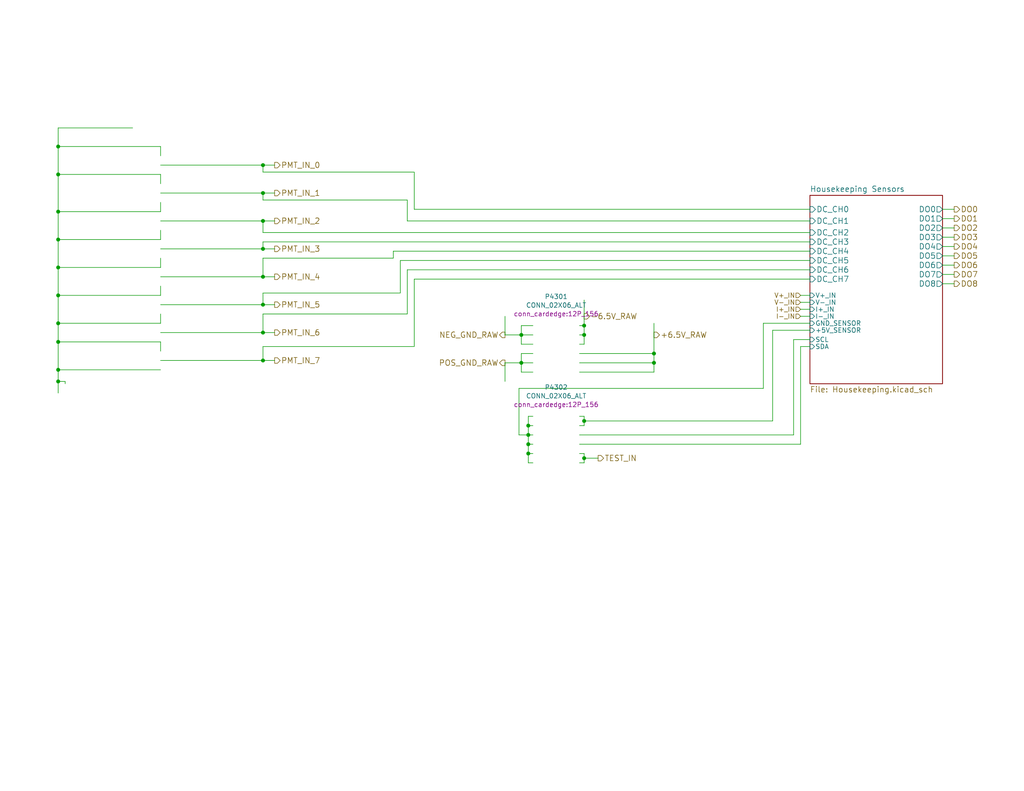
<source format=kicad_sch>
(kicad_sch
	(version 20250114)
	(generator "eeschema")
	(generator_version "9.0")
	(uuid "4710d20d-43d4-4832-9e6a-469b42652ae9")
	(paper "USLetter")
	(title_block
		(title "LZ 8 Channel Amplifier")
		(date "2017-09-10")
		(rev "5")
		(company "UC Davis / Seth Hillbrand")
	)
	(lib_symbols)
	(junction
		(at 15.875 93.345)
		(diameter 0)
		(color 0 0 0 0)
		(uuid "112fffdc-c15c-456f-b046-b35e49274f3f")
	)
	(junction
		(at 15.875 40.005)
		(diameter 0)
		(color 0 0 0 0)
		(uuid "14e2c759-c6d0-4022-8019-365148312147")
	)
	(junction
		(at 15.875 47.625)
		(diameter 0)
		(color 0 0 0 0)
		(uuid "1511fec4-255a-47ef-aa8d-4fcdece9b95d")
	)
	(junction
		(at 144.145 118.745)
		(diameter 0)
		(color 0 0 0 0)
		(uuid "1d27b7e2-059f-4818-ae72-5b7013f0fd4d")
	)
	(junction
		(at 71.755 60.325)
		(diameter 0)
		(color 0 0 0 0)
		(uuid "34d9c8cb-c594-4874-8ea5-3b109c4a1ceb")
	)
	(junction
		(at 159.385 125.095)
		(diameter 0)
		(color 0 0 0 0)
		(uuid "37a67053-4d2b-48c2-a38c-3a81ea79a6a4")
	)
	(junction
		(at 71.755 67.945)
		(diameter 0)
		(color 0 0 0 0)
		(uuid "3b87ccc5-9926-42ec-aaa0-0d6e42defcb1")
	)
	(junction
		(at 15.875 65.405)
		(diameter 0)
		(color 0 0 0 0)
		(uuid "53815c9c-68a3-4944-82a8-caea66d73ec4")
	)
	(junction
		(at 178.435 96.52)
		(diameter 0)
		(color 0 0 0 0)
		(uuid "606ed559-2104-4b22-b892-f9c1d9f04e68")
	)
	(junction
		(at 15.875 73.025)
		(diameter 0)
		(color 0 0 0 0)
		(uuid "72b04730-8a48-4dce-9cac-ee9a3ba8d38c")
	)
	(junction
		(at 178.435 99.06)
		(diameter 0)
		(color 0 0 0 0)
		(uuid "965171d6-be17-4f71-aca9-cf182f72776d")
	)
	(junction
		(at 71.755 45.085)
		(diameter 0)
		(color 0 0 0 0)
		(uuid "a33bf195-da66-4d04-b831-ddaf38d0beb5")
	)
	(junction
		(at 142.24 99.06)
		(diameter 0)
		(color 0 0 0 0)
		(uuid "a33eea2b-1fe9-4971-8494-9f947fb664bf")
	)
	(junction
		(at 15.875 80.645)
		(diameter 0)
		(color 0 0 0 0)
		(uuid "a4e5d316-2729-4890-ba74-ad59266023c0")
	)
	(junction
		(at 159.385 88.9)
		(diameter 0)
		(color 0 0 0 0)
		(uuid "a8d886a0-dc60-4628-8522-6d271edcb1bd")
	)
	(junction
		(at 144.145 121.285)
		(diameter 0)
		(color 0 0 0 0)
		(uuid "b7ac8344-2bc2-460a-9ab2-d400c02c97f1")
	)
	(junction
		(at 71.755 75.565)
		(diameter 0)
		(color 0 0 0 0)
		(uuid "ba1878ca-5c1b-4a10-9219-bd902c417381")
	)
	(junction
		(at 15.875 100.965)
		(diameter 0)
		(color 0 0 0 0)
		(uuid "bb18cb31-c388-45d9-b5eb-0e19958172e6")
	)
	(junction
		(at 71.755 52.705)
		(diameter 0)
		(color 0 0 0 0)
		(uuid "bfa738d8-5441-400a-b5d9-3fdc5176ad54")
	)
	(junction
		(at 159.385 114.935)
		(diameter 0)
		(color 0 0 0 0)
		(uuid "c34e4cb5-f139-45fc-ad12-ffaf9289f4a2")
	)
	(junction
		(at 71.755 83.185)
		(diameter 0)
		(color 0 0 0 0)
		(uuid "c636dec2-ca6e-4998-a104-65eb049c930a")
	)
	(junction
		(at 15.875 104.14)
		(diameter 0)
		(color 0 0 0 0)
		(uuid "c86e4f2c-648d-4a1b-8055-156ee2ddc0cf")
	)
	(junction
		(at 15.875 57.785)
		(diameter 0)
		(color 0 0 0 0)
		(uuid "cdfe52b7-2d61-4013-865b-52a4982c786e")
	)
	(junction
		(at 142.24 91.44)
		(diameter 0)
		(color 0 0 0 0)
		(uuid "d1f430a9-e014-4b70-9dd8-f1f02c631d77")
	)
	(junction
		(at 144.145 116.205)
		(diameter 0)
		(color 0 0 0 0)
		(uuid "ea1349f6-d0ea-49e5-b95f-3849507c1982")
	)
	(junction
		(at 71.755 98.425)
		(diameter 0)
		(color 0 0 0 0)
		(uuid "ebf8ae46-19a7-4fd1-b9f4-863338927600")
	)
	(junction
		(at 159.385 91.44)
		(diameter 0)
		(color 0 0 0 0)
		(uuid "eef24f5c-f418-4ef7-b5a4-93693c33c823")
	)
	(junction
		(at 15.875 88.265)
		(diameter 0)
		(color 0 0 0 0)
		(uuid "f12617c5-4e7c-44dd-a825-e5ddc3e16598")
	)
	(junction
		(at 71.755 90.805)
		(diameter 0)
		(color 0 0 0 0)
		(uuid "f6f27cdf-5fed-4de5-8201-f973b78f0422")
	)
	(junction
		(at 144.145 123.825)
		(diameter 0)
		(color 0 0 0 0)
		(uuid "fb9b0f58-daf9-43a1-ab1c-c5308c1b7ac5")
	)
	(wire
		(pts
			(xy 15.875 104.14) (xy 15.875 107.315)
		)
		(stroke
			(width 0)
			(type default)
		)
		(uuid "013449d7-b8e2-4266-93b6-79fe3674c475")
	)
	(wire
		(pts
			(xy 43.815 83.185) (xy 71.755 83.185)
		)
		(stroke
			(width 0)
			(type default)
		)
		(uuid "01ff7357-0dce-4206-aa8f-a9dd6500cd5c")
	)
	(wire
		(pts
			(xy 145.415 123.825) (xy 144.145 123.825)
		)
		(stroke
			(width 0)
			(type default)
		)
		(uuid "03d898da-818e-4c63-b1f0-7734f3d0a40d")
	)
	(wire
		(pts
			(xy 142.24 88.9) (xy 142.24 91.44)
		)
		(stroke
			(width 0)
			(type default)
		)
		(uuid "045ba272-f3ba-4cf6-8af6-5944ab1e48d9")
	)
	(wire
		(pts
			(xy 218.44 86.36) (xy 220.98 86.36)
		)
		(stroke
			(width 0)
			(type default)
		)
		(uuid "0e014791-914f-475c-a669-5f6594981b8c")
	)
	(wire
		(pts
			(xy 71.755 63.5) (xy 220.98 63.5)
		)
		(stroke
			(width 0)
			(type default)
		)
		(uuid "0e993975-fae5-463a-a8f8-5c50fad5f84e")
	)
	(wire
		(pts
			(xy 71.755 98.425) (xy 74.93 98.425)
		)
		(stroke
			(width 0)
			(type default)
		)
		(uuid "0ec64807-5a8b-4eeb-9a7e-6ab38e41c1fc")
	)
	(wire
		(pts
			(xy 218.44 94.615) (xy 220.98 94.615)
		)
		(stroke
			(width 0)
			(type default)
		)
		(uuid "0f601a5f-8935-4713-a6bd-9e312c8b7682")
	)
	(wire
		(pts
			(xy 145.415 121.285) (xy 144.145 121.285)
		)
		(stroke
			(width 0)
			(type default)
		)
		(uuid "11bc15e0-e223-4a87-9187-58f431b0ac68")
	)
	(wire
		(pts
			(xy 43.815 85.725) (xy 43.815 88.265)
		)
		(stroke
			(width 0)
			(type default)
		)
		(uuid "126c39c6-61ef-48d2-9679-176a0ef11878")
	)
	(wire
		(pts
			(xy 137.795 91.44) (xy 142.24 91.44)
		)
		(stroke
			(width 0)
			(type default)
		)
		(uuid "12befe74-5866-46f0-957c-32f8b4d999bf")
	)
	(wire
		(pts
			(xy 15.875 57.785) (xy 15.875 65.405)
		)
		(stroke
			(width 0)
			(type default)
		)
		(uuid "12f6fbe0-a84c-437a-a33f-8133dacd2f31")
	)
	(wire
		(pts
			(xy 218.44 94.615) (xy 218.44 121.285)
		)
		(stroke
			(width 0)
			(type default)
		)
		(uuid "14a9ae65-2234-4182-9c2c-3b197c888ffb")
	)
	(wire
		(pts
			(xy 111.125 73.66) (xy 220.98 73.66)
		)
		(stroke
			(width 0)
			(type default)
		)
		(uuid "170dd3c3-a381-4115-8237-21f081f41f87")
	)
	(wire
		(pts
			(xy 257.175 59.69) (xy 260.35 59.69)
		)
		(stroke
			(width 0)
			(type default)
		)
		(uuid "17b614e2-7444-41b2-a599-d642ea19e615")
	)
	(wire
		(pts
			(xy 216.535 92.71) (xy 220.98 92.71)
		)
		(stroke
			(width 0)
			(type default)
		)
		(uuid "18280614-c39b-400d-9384-8cab24d24c14")
	)
	(wire
		(pts
			(xy 43.815 90.805) (xy 71.755 90.805)
		)
		(stroke
			(width 0)
			(type default)
		)
		(uuid "1ab63563-d4a8-4168-9996-69e216cb13f4")
	)
	(wire
		(pts
			(xy 107.315 68.58) (xy 220.98 68.58)
		)
		(stroke
			(width 0)
			(type default)
		)
		(uuid "1afbd649-8a91-45ed-a2ff-aebf748e5cd5")
	)
	(wire
		(pts
			(xy 144.145 126.365) (xy 145.415 126.365)
		)
		(stroke
			(width 0)
			(type default)
		)
		(uuid "1b388fa5-2562-48fc-ba45-d5f1b9223fa0")
	)
	(wire
		(pts
			(xy 142.24 91.44) (xy 145.415 91.44)
		)
		(stroke
			(width 0)
			(type default)
		)
		(uuid "23c3e508-0fc0-4af2-9218-e6378e077982")
	)
	(wire
		(pts
			(xy 158.115 96.52) (xy 178.435 96.52)
		)
		(stroke
			(width 0)
			(type default)
		)
		(uuid "23f44920-0235-4ba9-8017-9f2592d200d7")
	)
	(wire
		(pts
			(xy 260.35 72.39) (xy 257.175 72.39)
		)
		(stroke
			(width 0)
			(type default)
		)
		(uuid "288969f9-160e-4ca3-99c2-74d9ef729c85")
	)
	(wire
		(pts
			(xy 159.385 126.365) (xy 158.115 126.365)
		)
		(stroke
			(width 0)
			(type default)
		)
		(uuid "2a1b395a-38c3-45cf-999a-46e9b17f9a55")
	)
	(wire
		(pts
			(xy 137.795 86.36) (xy 137.795 91.44)
		)
		(stroke
			(width 0)
			(type default)
		)
		(uuid "2b790034-d592-4c86-b959-ee50f70fe173")
	)
	(wire
		(pts
			(xy 159.385 114.935) (xy 210.82 114.935)
		)
		(stroke
			(width 0)
			(type default)
		)
		(uuid "2bef7255-1881-430c-9218-b3ffed3ba09a")
	)
	(wire
		(pts
			(xy 218.44 82.55) (xy 220.98 82.55)
		)
		(stroke
			(width 0)
			(type default)
		)
		(uuid "2fc064cb-a36d-4555-8f61-9d8a94a9cf00")
	)
	(wire
		(pts
			(xy 142.24 91.44) (xy 142.24 93.98)
		)
		(stroke
			(width 0)
			(type default)
		)
		(uuid "31778d7b-c767-4094-8eda-674b8066df94")
	)
	(wire
		(pts
			(xy 218.44 80.645) (xy 220.98 80.645)
		)
		(stroke
			(width 0)
			(type default)
		)
		(uuid "31cdec29-1b84-400e-8319-bdbcbafba709")
	)
	(wire
		(pts
			(xy 260.35 57.15) (xy 257.175 57.15)
		)
		(stroke
			(width 0)
			(type default)
		)
		(uuid "31d9ba10-b2bd-4ca5-8710-2a748b2e5493")
	)
	(wire
		(pts
			(xy 71.755 94.615) (xy 113.03 94.615)
		)
		(stroke
			(width 0)
			(type default)
		)
		(uuid "35261290-820d-4773-8585-de4c05d6d706")
	)
	(wire
		(pts
			(xy 43.815 62.865) (xy 43.815 65.405)
		)
		(stroke
			(width 0)
			(type default)
		)
		(uuid "362efb17-e40d-4909-96c7-c23a46efeb66")
	)
	(wire
		(pts
			(xy 210.82 90.17) (xy 220.98 90.17)
		)
		(stroke
			(width 0)
			(type default)
		)
		(uuid "3632fd47-fdf2-4790-ae8c-0b979d3d885b")
	)
	(wire
		(pts
			(xy 43.815 42.545) (xy 43.815 40.005)
		)
		(stroke
			(width 0)
			(type default)
		)
		(uuid "369a94fe-fd10-4d72-bfd3-b64ac29ab795")
	)
	(wire
		(pts
			(xy 71.755 67.945) (xy 74.93 67.945)
		)
		(stroke
			(width 0)
			(type default)
		)
		(uuid "3720fc05-c94b-4dfd-8cc7-4b85d654a86b")
	)
	(wire
		(pts
			(xy 257.175 77.47) (xy 260.35 77.47)
		)
		(stroke
			(width 0)
			(type default)
		)
		(uuid "3997f7d0-6eef-4170-af55-16919ce3567c")
	)
	(wire
		(pts
			(xy 43.815 47.625) (xy 15.875 47.625)
		)
		(stroke
			(width 0)
			(type default)
		)
		(uuid "39e0e86c-acab-4c37-bf9c-54b868fd3026")
	)
	(wire
		(pts
			(xy 159.385 125.095) (xy 159.385 126.365)
		)
		(stroke
			(width 0)
			(type default)
		)
		(uuid "3ab6ee5d-6ae0-4a60-8697-18abe745b985")
	)
	(wire
		(pts
			(xy 208.28 88.265) (xy 208.28 106.045)
		)
		(stroke
			(width 0)
			(type default)
		)
		(uuid "3bbcb926-52fa-4ae0-9790-d9081e58d907")
	)
	(wire
		(pts
			(xy 71.755 54.61) (xy 111.125 54.61)
		)
		(stroke
			(width 0)
			(type default)
		)
		(uuid "3e62876b-3649-4b5e-b383-16af7600a73d")
	)
	(wire
		(pts
			(xy 144.145 116.205) (xy 145.415 116.205)
		)
		(stroke
			(width 0)
			(type default)
		)
		(uuid "3fdb0ecc-6a6b-4394-8fd5-3b1f90875e82")
	)
	(wire
		(pts
			(xy 43.815 73.025) (xy 15.875 73.025)
		)
		(stroke
			(width 0)
			(type default)
		)
		(uuid "429077aa-99dc-4f61-a4a7-6c4dc822af7a")
	)
	(wire
		(pts
			(xy 43.815 67.945) (xy 71.755 67.945)
		)
		(stroke
			(width 0)
			(type default)
		)
		(uuid "43f01227-5135-4eb1-b78f-5b781b0aca0a")
	)
	(wire
		(pts
			(xy 159.385 91.44) (xy 158.115 91.44)
		)
		(stroke
			(width 0)
			(type default)
		)
		(uuid "45e3aa5d-34ec-415c-a5bb-2c63124865be")
	)
	(wire
		(pts
			(xy 257.175 69.85) (xy 260.35 69.85)
		)
		(stroke
			(width 0)
			(type default)
		)
		(uuid "46318c26-5cf7-4884-97dc-68bd8eac5823")
	)
	(wire
		(pts
			(xy 178.435 96.52) (xy 178.435 99.06)
		)
		(stroke
			(width 0)
			(type default)
		)
		(uuid "47161671-fa78-40ae-83fc-6925cbe31222")
	)
	(wire
		(pts
			(xy 218.44 84.455) (xy 220.98 84.455)
		)
		(stroke
			(width 0)
			(type default)
		)
		(uuid "47b8acdb-127d-4c0c-9b0f-3ea445adfb1e")
	)
	(wire
		(pts
			(xy 43.815 45.085) (xy 71.755 45.085)
		)
		(stroke
			(width 0)
			(type default)
		)
		(uuid "4b16adef-c769-4723-80fe-145db94f719a")
	)
	(wire
		(pts
			(xy 43.815 57.785) (xy 43.815 55.245)
		)
		(stroke
			(width 0)
			(type default)
		)
		(uuid "4c4a9dcb-c584-484b-a65a-8f3be861518b")
	)
	(wire
		(pts
			(xy 36.195 34.925) (xy 15.875 34.925)
		)
		(stroke
			(width 0)
			(type default)
		)
		(uuid "51ef9986-dbb1-480f-be04-bcb93b0a3c56")
	)
	(wire
		(pts
			(xy 178.435 101.6) (xy 158.115 101.6)
		)
		(stroke
			(width 0)
			(type default)
		)
		(uuid "549711c6-e5e3-4826-83ac-31a05545ab73")
	)
	(wire
		(pts
			(xy 71.755 52.705) (xy 74.93 52.705)
		)
		(stroke
			(width 0)
			(type default)
		)
		(uuid "558fe025-e559-4b52-988f-116466d650e4")
	)
	(wire
		(pts
			(xy 43.815 78.105) (xy 43.815 80.645)
		)
		(stroke
			(width 0)
			(type default)
		)
		(uuid "5bb83c91-f491-4fc1-a5c6-efbb25fe28e3")
	)
	(wire
		(pts
			(xy 71.755 90.805) (xy 71.755 85.725)
		)
		(stroke
			(width 0)
			(type default)
		)
		(uuid "5c5d901f-3ef7-4bc3-8d32-bc3d0d3cfc03")
	)
	(wire
		(pts
			(xy 144.145 118.745) (xy 144.145 121.285)
		)
		(stroke
			(width 0)
			(type default)
		)
		(uuid "5cc7f892-4219-4185-8a62-970420e64720")
	)
	(wire
		(pts
			(xy 137.795 99.06) (xy 142.24 99.06)
		)
		(stroke
			(width 0)
			(type default)
		)
		(uuid "5cd7b7f0-4bec-4901-a859-a599301fcf17")
	)
	(wire
		(pts
			(xy 71.755 75.565) (xy 43.815 75.565)
		)
		(stroke
			(width 0)
			(type default)
		)
		(uuid "5d4c2a77-3749-490d-9759-b587cb70386c")
	)
	(wire
		(pts
			(xy 142.24 101.6) (xy 145.415 101.6)
		)
		(stroke
			(width 0)
			(type default)
		)
		(uuid "5ee21587-2515-4a2b-8f36-305bf370b425")
	)
	(wire
		(pts
			(xy 15.875 93.345) (xy 15.875 100.965)
		)
		(stroke
			(width 0)
			(type default)
		)
		(uuid "634c2973-5bf7-4b77-9216-8161aca8b369")
	)
	(wire
		(pts
			(xy 43.815 57.785) (xy 15.875 57.785)
		)
		(stroke
			(width 0)
			(type default)
		)
		(uuid "639f33d4-c3af-425d-874a-3f0473dfd50e")
	)
	(wire
		(pts
			(xy 71.755 98.425) (xy 71.755 94.615)
		)
		(stroke
			(width 0)
			(type default)
		)
		(uuid "63f935c5-f116-4be7-9159-f3c89ca62912")
	)
	(wire
		(pts
			(xy 257.175 64.77) (xy 260.35 64.77)
		)
		(stroke
			(width 0)
			(type default)
		)
		(uuid "65fb2c87-5050-46b0-b216-7605cbb8d144")
	)
	(wire
		(pts
			(xy 111.125 85.725) (xy 111.125 73.66)
		)
		(stroke
			(width 0)
			(type default)
		)
		(uuid "67cfaebf-4272-4e5e-afcf-1238a331ce45")
	)
	(wire
		(pts
			(xy 260.35 67.31) (xy 257.175 67.31)
		)
		(stroke
			(width 0)
			(type default)
		)
		(uuid "6b711d39-9cdc-429a-a03b-a736fef333fa")
	)
	(wire
		(pts
			(xy 159.385 125.095) (xy 163.195 125.095)
		)
		(stroke
			(width 0)
			(type default)
		)
		(uuid "6bb06dc7-e6aa-4344-b0c0-0ee4fc022bd8")
	)
	(wire
		(pts
			(xy 158.115 123.825) (xy 159.385 123.825)
		)
		(stroke
			(width 0)
			(type default)
		)
		(uuid "6c2197cf-2ada-4410-ae76-b9acc9db68e6")
	)
	(wire
		(pts
			(xy 142.24 93.98) (xy 145.415 93.98)
		)
		(stroke
			(width 0)
			(type default)
		)
		(uuid "6e25290d-3d6f-4881-be91-0d85d313e3f0")
	)
	(wire
		(pts
			(xy 159.385 114.935) (xy 159.385 116.205)
		)
		(stroke
			(width 0)
			(type default)
		)
		(uuid "70dbfc6c-24cb-46ce-98f4-cbff50be4442")
	)
	(wire
		(pts
			(xy 109.22 80.01) (xy 109.22 71.12)
		)
		(stroke
			(width 0)
			(type default)
		)
		(uuid "720d364f-1a2c-4a3a-9d22-39b7d807c872")
	)
	(wire
		(pts
			(xy 71.755 85.725) (xy 111.125 85.725)
		)
		(stroke
			(width 0)
			(type default)
		)
		(uuid "739495d3-c08c-4085-89ea-65a6f44b8db1")
	)
	(wire
		(pts
			(xy 159.385 116.205) (xy 158.115 116.205)
		)
		(stroke
			(width 0)
			(type default)
		)
		(uuid "75d14fd6-e40f-4dba-8194-6dfe41bdcb75")
	)
	(wire
		(pts
			(xy 43.815 98.425) (xy 71.755 98.425)
		)
		(stroke
			(width 0)
			(type default)
		)
		(uuid "772b687c-4e69-443c-8cbc-21a1fa922a91")
	)
	(wire
		(pts
			(xy 159.385 113.665) (xy 159.385 114.935)
		)
		(stroke
			(width 0)
			(type default)
		)
		(uuid "77f353d6-6377-4955-89ae-7e6887508a3f")
	)
	(wire
		(pts
			(xy 43.815 93.345) (xy 15.875 93.345)
		)
		(stroke
			(width 0)
			(type default)
		)
		(uuid "791d79a8-2ed8-4865-bec9-5526d0918ebf")
	)
	(wire
		(pts
			(xy 142.24 88.9) (xy 145.415 88.9)
		)
		(stroke
			(width 0)
			(type default)
		)
		(uuid "7b713706-fd68-4749-bb68-5f43958be404")
	)
	(wire
		(pts
			(xy 178.435 99.06) (xy 158.115 99.06)
		)
		(stroke
			(width 0)
			(type default)
		)
		(uuid "7e67d04b-16e3-47f5-9540-5a888300639e")
	)
	(wire
		(pts
			(xy 111.125 54.61) (xy 111.125 60.325)
		)
		(stroke
			(width 0)
			(type default)
		)
		(uuid "7ed29b1a-c421-47b1-89eb-bc315b83ca18")
	)
	(wire
		(pts
			(xy 71.755 52.705) (xy 71.755 54.61)
		)
		(stroke
			(width 0)
			(type default)
		)
		(uuid "7edd76c0-c4c6-4ce6-a9de-61cf9d522a9c")
	)
	(wire
		(pts
			(xy 109.22 71.12) (xy 220.98 71.12)
		)
		(stroke
			(width 0)
			(type default)
		)
		(uuid "7ff40a8c-1c3f-49b1-9422-d7bd648b91da")
	)
	(wire
		(pts
			(xy 218.44 121.285) (xy 158.115 121.285)
		)
		(stroke
			(width 0)
			(type default)
		)
		(uuid "8214cc0f-d923-4a60-90d6-cc483437b711")
	)
	(wire
		(pts
			(xy 145.415 113.665) (xy 144.145 113.665)
		)
		(stroke
			(width 0)
			(type default)
		)
		(uuid "84a509bd-57b6-48fb-b8f8-b1b9b68f5bf2")
	)
	(wire
		(pts
			(xy 71.755 75.565) (xy 71.755 70.485)
		)
		(stroke
			(width 0)
			(type default)
		)
		(uuid "858b3c08-7483-4063-a944-62695ba92d1f")
	)
	(wire
		(pts
			(xy 158.115 118.745) (xy 216.535 118.745)
		)
		(stroke
			(width 0)
			(type default)
		)
		(uuid "8649019e-8d29-49c5-aefb-112a1eb26d65")
	)
	(wire
		(pts
			(xy 71.755 67.945) (xy 71.755 66.04)
		)
		(stroke
			(width 0)
			(type default)
		)
		(uuid "87e18ee3-21e1-4793-bfb0-ab849df89da8")
	)
	(wire
		(pts
			(xy 17.78 104.14) (xy 15.875 104.14)
		)
		(stroke
			(width 0)
			(type default)
		)
		(uuid "8802e5c1-adb1-4858-8778-92fe14ae0aec")
	)
	(wire
		(pts
			(xy 15.875 80.645) (xy 15.875 88.265)
		)
		(stroke
			(width 0)
			(type default)
		)
		(uuid "8a236747-79fb-456e-8364-d1cb0c4661e3")
	)
	(wire
		(pts
			(xy 43.815 52.705) (xy 71.755 52.705)
		)
		(stroke
			(width 0)
			(type default)
		)
		(uuid "8a4a5287-890a-4b07-9ae6-88969a5246b9")
	)
	(wire
		(pts
			(xy 144.145 116.205) (xy 144.145 118.745)
		)
		(stroke
			(width 0)
			(type default)
		)
		(uuid "8b9a235c-5e37-4820-ac0a-ccaa17139d58")
	)
	(wire
		(pts
			(xy 74.93 75.565) (xy 71.755 75.565)
		)
		(stroke
			(width 0)
			(type default)
		)
		(uuid "8bba7778-4d8e-4c61-8846-726c688fc714")
	)
	(wire
		(pts
			(xy 71.755 45.085) (xy 74.93 45.085)
		)
		(stroke
			(width 0)
			(type default)
		)
		(uuid "8c4c05ac-ad8e-48f8-893a-18644290b126")
	)
	(wire
		(pts
			(xy 43.815 88.265) (xy 15.875 88.265)
		)
		(stroke
			(width 0)
			(type default)
		)
		(uuid "8deb45ad-e770-4fb9-9e39-040ca8947281")
	)
	(wire
		(pts
			(xy 71.755 60.325) (xy 71.755 63.5)
		)
		(stroke
			(width 0)
			(type default)
		)
		(uuid "8fbd6daa-4698-4483-ac7b-89c331fb7b47")
	)
	(wire
		(pts
			(xy 216.535 118.745) (xy 216.535 92.71)
		)
		(stroke
			(width 0)
			(type default)
		)
		(uuid "92b7872a-9fe1-40b4-a3e8-b1dae89a8f46")
	)
	(wire
		(pts
			(xy 178.435 88.265) (xy 178.435 96.52)
		)
		(stroke
			(width 0)
			(type default)
		)
		(uuid "92eb920a-f24c-4cf1-90f2-f174323251df")
	)
	(wire
		(pts
			(xy 71.755 90.805) (xy 74.93 90.805)
		)
		(stroke
			(width 0)
			(type default)
		)
		(uuid "936e64e7-3b4e-45e8-8116-dc5982ae171d")
	)
	(wire
		(pts
			(xy 141.605 118.745) (xy 144.145 118.745)
		)
		(stroke
			(width 0)
			(type default)
		)
		(uuid "93c6f613-bf8d-43c2-bc9a-b449c533d7f5")
	)
	(wire
		(pts
			(xy 71.755 80.01) (xy 109.22 80.01)
		)
		(stroke
			(width 0)
			(type default)
		)
		(uuid "97c5d42f-e271-463e-89a8-e65dde717399")
	)
	(wire
		(pts
			(xy 145.415 96.52) (xy 142.24 96.52)
		)
		(stroke
			(width 0)
			(type default)
		)
		(uuid "a023da7c-7161-45c1-bd50-8ebc018292ea")
	)
	(wire
		(pts
			(xy 43.815 60.325) (xy 71.755 60.325)
		)
		(stroke
			(width 0)
			(type default)
		)
		(uuid "a2024808-0e59-4997-921f-b049ce97a818")
	)
	(wire
		(pts
			(xy 15.875 65.405) (xy 15.875 73.025)
		)
		(stroke
			(width 0)
			(type default)
		)
		(uuid "a2e810d5-50f1-49de-abae-33b84ad10670")
	)
	(wire
		(pts
			(xy 43.815 80.645) (xy 15.875 80.645)
		)
		(stroke
			(width 0)
			(type default)
		)
		(uuid "a4c674b6-93f5-4a61-ba79-e705b72a0a63")
	)
	(wire
		(pts
			(xy 43.815 40.005) (xy 15.875 40.005)
		)
		(stroke
			(width 0)
			(type default)
		)
		(uuid "a6b12dc4-9b5b-4dce-926a-a1decdb3e181")
	)
	(wire
		(pts
			(xy 113.03 94.615) (xy 113.03 76.2)
		)
		(stroke
			(width 0)
			(type default)
		)
		(uuid "a7c6f14b-26f5-4263-9980-08cce6a4ac48")
	)
	(wire
		(pts
			(xy 144.145 118.745) (xy 145.415 118.745)
		)
		(stroke
			(width 0)
			(type default)
		)
		(uuid "a7eb62d7-095d-4442-8ad2-8ebcaa8cf6c5")
	)
	(wire
		(pts
			(xy 210.82 114.935) (xy 210.82 90.17)
		)
		(stroke
			(width 0)
			(type default)
		)
		(uuid "a90bb4fb-402a-4f3f-b896-5374810b3030")
	)
	(wire
		(pts
			(xy 15.875 34.925) (xy 15.875 40.005)
		)
		(stroke
			(width 0)
			(type default)
		)
		(uuid "a9c60351-2b0b-4335-8b12-ffb552d1e41b")
	)
	(wire
		(pts
			(xy 142.24 96.52) (xy 142.24 99.06)
		)
		(stroke
			(width 0)
			(type default)
		)
		(uuid "ab80fb86-330c-40b5-bafb-6195d84b1a7e")
	)
	(wire
		(pts
			(xy 178.435 99.06) (xy 178.435 101.6)
		)
		(stroke
			(width 0)
			(type default)
		)
		(uuid "b3320be6-e282-42e6-8c19-8d7af636991b")
	)
	(wire
		(pts
			(xy 71.755 60.325) (xy 74.93 60.325)
		)
		(stroke
			(width 0)
			(type default)
		)
		(uuid "b3bd426c-aef7-46b6-940a-2427b2118d39")
	)
	(wire
		(pts
			(xy 144.145 113.665) (xy 144.145 116.205)
		)
		(stroke
			(width 0)
			(type default)
		)
		(uuid "b7cc1a44-d5c1-4b2b-9a96-bc97a62ec746")
	)
	(wire
		(pts
			(xy 220.98 57.15) (xy 113.03 57.15)
		)
		(stroke
			(width 0)
			(type default)
		)
		(uuid "bb412757-f439-4593-ae4d-c709cf349fa0")
	)
	(wire
		(pts
			(xy 260.35 62.23) (xy 257.175 62.23)
		)
		(stroke
			(width 0)
			(type default)
		)
		(uuid "bb4f2b40-ebed-4385-99e9-280ce1715c76")
	)
	(wire
		(pts
			(xy 159.385 81.915) (xy 159.385 88.9)
		)
		(stroke
			(width 0)
			(type default)
		)
		(uuid "bb73cd6f-8429-4517-9769-1d8e4c4ea4c5")
	)
	(wire
		(pts
			(xy 142.24 99.06) (xy 142.24 101.6)
		)
		(stroke
			(width 0)
			(type default)
		)
		(uuid "bed75dde-def4-4f83-8479-c19e937478e3")
	)
	(wire
		(pts
			(xy 71.755 70.485) (xy 107.315 70.485)
		)
		(stroke
			(width 0)
			(type default)
		)
		(uuid "bf9ce2cd-e8f5-41c9-9e0f-ecab387488f5")
	)
	(wire
		(pts
			(xy 144.145 123.825) (xy 144.145 126.365)
		)
		(stroke
			(width 0)
			(type default)
		)
		(uuid "c452da92-8a1b-4c90-a3c8-558dd4cdb8e6")
	)
	(wire
		(pts
			(xy 15.875 40.005) (xy 15.875 47.625)
		)
		(stroke
			(width 0)
			(type default)
		)
		(uuid "c6034402-ea80-4ba7-90e6-4bc558de9c2b")
	)
	(wire
		(pts
			(xy 111.125 60.325) (xy 220.98 60.325)
		)
		(stroke
			(width 0)
			(type default)
		)
		(uuid "c666c934-31e2-48b6-b0c1-f8fa2b6e282c")
	)
	(wire
		(pts
			(xy 159.385 88.9) (xy 159.385 91.44)
		)
		(stroke
			(width 0)
			(type default)
		)
		(uuid "cb70d661-ead2-41c8-8c9f-d9fbd3b6e61b")
	)
	(wire
		(pts
			(xy 141.605 106.045) (xy 141.605 118.745)
		)
		(stroke
			(width 0)
			(type default)
		)
		(uuid "ce122f32-488e-47ca-a22f-99f6b83c419b")
	)
	(wire
		(pts
			(xy 17.78 104.775) (xy 17.78 104.14)
		)
		(stroke
			(width 0)
			(type default)
		)
		(uuid "ce9f9722-eaa9-455a-804f-099dd24de555")
	)
	(wire
		(pts
			(xy 144.145 121.285) (xy 144.145 123.825)
		)
		(stroke
			(width 0)
			(type default)
		)
		(uuid "d488e968-e75a-4f27-a5b1-ad46f3b39428")
	)
	(wire
		(pts
			(xy 113.03 76.2) (xy 220.98 76.2)
		)
		(stroke
			(width 0)
			(type default)
		)
		(uuid "d6156bc9-dfc1-4eac-9243-48e24bb012d2")
	)
	(wire
		(pts
			(xy 71.755 66.04) (xy 220.98 66.04)
		)
		(stroke
			(width 0)
			(type default)
		)
		(uuid "da15b953-c2ec-48de-9d92-ac40ef51283d")
	)
	(wire
		(pts
			(xy 137.795 104.14) (xy 137.795 99.06)
		)
		(stroke
			(width 0)
			(type default)
		)
		(uuid "dac44f0e-3557-4008-b8b5-f313cfd1f69b")
	)
	(wire
		(pts
			(xy 113.03 57.15) (xy 113.03 46.99)
		)
		(stroke
			(width 0)
			(type default)
		)
		(uuid "dad9d202-8835-4b41-b938-0e314c0dd781")
	)
	(wire
		(pts
			(xy 43.815 93.345) (xy 43.815 95.885)
		)
		(stroke
			(width 0)
			(type default)
		)
		(uuid "ddeb9960-26a3-4a4c-9be8-df85b3a88105")
	)
	(wire
		(pts
			(xy 71.755 83.185) (xy 71.755 80.01)
		)
		(stroke
			(width 0)
			(type default)
		)
		(uuid "de708c7e-9589-44a9-b270-2d82ec0bc3b1")
	)
	(wire
		(pts
			(xy 107.315 70.485) (xy 107.315 68.58)
		)
		(stroke
			(width 0)
			(type default)
		)
		(uuid "dfdd3437-31d6-4410-b250-1add459ceec7")
	)
	(wire
		(pts
			(xy 15.875 100.965) (xy 15.875 104.14)
		)
		(stroke
			(width 0)
			(type default)
		)
		(uuid "e0a26bdd-0f73-4e91-b435-d05044580419")
	)
	(wire
		(pts
			(xy 113.03 46.99) (xy 71.755 46.99)
		)
		(stroke
			(width 0)
			(type default)
		)
		(uuid "e69da57b-8d14-4d09-89cf-9f67efb25c29")
	)
	(wire
		(pts
			(xy 71.755 46.99) (xy 71.755 45.085)
		)
		(stroke
			(width 0)
			(type default)
		)
		(uuid "e6aa5675-cb66-49d6-935b-746aaad9a05a")
	)
	(wire
		(pts
			(xy 71.755 83.185) (xy 74.93 83.185)
		)
		(stroke
			(width 0)
			(type default)
		)
		(uuid "e7384d64-c9ce-44c9-adf8-03463a5a5375")
	)
	(wire
		(pts
			(xy 159.385 123.825) (xy 159.385 125.095)
		)
		(stroke
			(width 0)
			(type default)
		)
		(uuid "e73a515d-7bc4-491e-88bc-5212fd637949")
	)
	(wire
		(pts
			(xy 43.815 50.165) (xy 43.815 47.625)
		)
		(stroke
			(width 0)
			(type default)
		)
		(uuid "e82d3716-dd4a-439a-9229-d67eb4c15b0d")
	)
	(wire
		(pts
			(xy 15.875 88.265) (xy 15.875 93.345)
		)
		(stroke
			(width 0)
			(type default)
		)
		(uuid "e8e00ed7-2e80-4c25-aaeb-20815160d5c1")
	)
	(wire
		(pts
			(xy 15.875 47.625) (xy 15.875 57.785)
		)
		(stroke
			(width 0)
			(type default)
		)
		(uuid "e8e7ecb4-6926-4a3e-86a4-6eafc3d2cb7e")
	)
	(wire
		(pts
			(xy 257.175 74.93) (xy 260.35 74.93)
		)
		(stroke
			(width 0)
			(type default)
		)
		(uuid "e9c11d0a-fdfc-4569-9dbf-feb0b99bb4fc")
	)
	(wire
		(pts
			(xy 142.24 99.06) (xy 145.415 99.06)
		)
		(stroke
			(width 0)
			(type default)
		)
		(uuid "ea7171b5-1446-474d-bcfb-6a61568606d7")
	)
	(wire
		(pts
			(xy 43.815 100.965) (xy 15.875 100.965)
		)
		(stroke
			(width 0)
			(type default)
		)
		(uuid "eac17974-7b86-4ecf-aeb4-976cd922c1d5")
	)
	(wire
		(pts
			(xy 159.385 93.98) (xy 158.115 93.98)
		)
		(stroke
			(width 0)
			(type default)
		)
		(uuid "eb2c771e-3e36-4521-834a-4dfa4d1266d4")
	)
	(wire
		(pts
			(xy 159.385 88.9) (xy 158.115 88.9)
		)
		(stroke
			(width 0)
			(type default)
		)
		(uuid "ef6e1e49-3c50-4400-9646-f28b0abe141c")
	)
	(wire
		(pts
			(xy 159.385 91.44) (xy 159.385 93.98)
		)
		(stroke
			(width 0)
			(type default)
		)
		(uuid "f01cfb45-bcdb-4fd8-9c94-c1d72b4bddaa")
	)
	(wire
		(pts
			(xy 208.28 106.045) (xy 141.605 106.045)
		)
		(stroke
			(width 0)
			(type default)
		)
		(uuid "f46240cb-03e5-4d57-a19b-3a9b89aa2aea")
	)
	(wire
		(pts
			(xy 159.385 113.665) (xy 158.115 113.665)
		)
		(stroke
			(width 0)
			(type default)
		)
		(uuid "f7076763-c7db-4d3b-85d0-4a85046e1a1b")
	)
	(wire
		(pts
			(xy 43.815 65.405) (xy 15.875 65.405)
		)
		(stroke
			(width 0)
			(type default)
		)
		(uuid "fa65ec68-4418-4f57-b31e-34b01bcf3283")
	)
	(wire
		(pts
			(xy 43.815 70.485) (xy 43.815 73.025)
		)
		(stroke
			(width 0)
			(type default)
		)
		(uuid "fc913ac1-03b7-4eb4-8e99-c4d49bf548aa")
	)
	(wire
		(pts
			(xy 208.28 88.265) (xy 220.98 88.265)
		)
		(stroke
			(width 0)
			(type default)
		)
		(uuid "ff85e112-b7ad-44e6-8188-6ab3b92a5292")
	)
	(wire
		(pts
			(xy 15.875 73.025) (xy 15.875 80.645)
		)
		(stroke
			(width 0)
			(type default)
		)
		(uuid "ffb967bb-006f-418d-93d6-a83827194056")
	)
	(hierarchical_label "DO4"
		(shape output)
		(at 260.35 67.31 0)
		(effects
			(font
				(size 1.524 1.524)
			)
			(justify left)
		)
		(uuid "069db986-f2bd-4c8d-8222-fd67cbdb35fa")
	)
	(hierarchical_label "POS_GND_RAW"
		(shape output)
		(at 137.795 99.06 180)
		(effects
			(font
				(size 1.524 1.524)
			)
			(justify right)
		)
		(uuid "0e27fac6-bb63-4981-b86c-21d408d7d7bb")
	)
	(hierarchical_label "I-_IN"
		(shape input)
		(at 218.44 86.36 180)
		(effects
			(font
				(size 1.27 1.27)
			)
			(justify right)
		)
		(uuid "0ebd10ab-76ff-4088-9bac-3d26af26952e")
	)
	(hierarchical_label "PMT_IN_0"
		(shape output)
		(at 74.93 45.085 0)
		(effects
			(font
				(size 1.524 1.524)
			)
			(justify left)
		)
		(uuid "0fd7706d-0ce2-4b72-a5ce-3e5bf5796aae")
	)
	(hierarchical_label "DO3"
		(shape output)
		(at 260.35 64.77 0)
		(effects
			(font
				(size 1.524 1.524)
			)
			(justify left)
		)
		(uuid "1afd4579-8f07-4db2-ba1b-ace78546d956")
	)
	(hierarchical_label "PMT_IN_6"
		(shape output)
		(at 74.93 90.805 0)
		(effects
			(font
				(size 1.524 1.524)
			)
			(justify left)
		)
		(uuid "1c6a7c4e-5344-4c78-b1c7-835ea9a2e74d")
	)
	(hierarchical_label "V+_IN"
		(shape input)
		(at 218.44 80.645 180)
		(effects
			(font
				(size 1.27 1.27)
			)
			(justify right)
		)
		(uuid "22f0fc30-b0b1-44cb-b7a6-18743447a4c2")
	)
	(hierarchical_label "I+_IN"
		(shape input)
		(at 218.44 84.455 180)
		(effects
			(font
				(size 1.27 1.27)
			)
			(justify right)
		)
		(uuid "27893f0e-0d16-4b55-973e-140417a4ce22")
	)
	(hierarchical_label "DO2"
		(shape output)
		(at 260.35 62.23 0)
		(effects
			(font
				(size 1.524 1.524)
			)
			(justify left)
		)
		(uuid "39d9b1b6-53d3-4ae1-9958-19ce195c5bde")
	)
	(hierarchical_label "DO5"
		(shape output)
		(at 260.35 69.85 0)
		(effects
			(font
				(size 1.524 1.524)
			)
			(justify left)
		)
		(uuid "3f454e5a-224b-4113-9128-0a91dc643c60")
	)
	(hierarchical_label "PMT_IN_5"
		(shape output)
		(at 74.93 83.185 0)
		(effects
			(font
				(size 1.524 1.524)
			)
			(justify left)
		)
		(uuid "4095fc6a-55f9-4005-b7b3-b2d9a7d60890")
	)
	(hierarchical_label "NEG_GND_RAW"
		(shape output)
		(at 137.795 91.44 180)
		(effects
			(font
				(size 1.524 1.524)
			)
			(justify right)
		)
		(uuid "46d62bba-5073-457a-afd0-bff4145f27ce")
	)
	(hierarchical_label "DO0"
		(shape output)
		(at 260.35 57.15 0)
		(effects
			(font
				(size 1.524 1.524)
			)
			(justify left)
		)
		(uuid "4f980600-9725-4404-86ac-f6f556259a34")
	)
	(hierarchical_label "PMT_IN_1"
		(shape output)
		(at 74.93 52.705 0)
		(effects
			(font
				(size 1.524 1.524)
			)
			(justify left)
		)
		(uuid "51acbbb7-f550-4add-9152-9e7dd71b53ee")
	)
	(hierarchical_label "TEST_IN"
		(shape output)
		(at 163.195 125.095 0)
		(effects
			(font
				(size 1.524 1.524)
			)
			(justify left)
		)
		(uuid "6b64518d-a50b-431f-9892-c0f861dc9a0b")
	)
	(hierarchical_label "+6.5V_RAW"
		(shape output)
		(at 178.435 91.44 0)
		(effects
			(font
				(size 1.524 1.524)
			)
			(justify left)
		)
		(uuid "701bfbba-7633-4802-ac27-001972d1424f")
	)
	(hierarchical_label "PMT_IN_3"
		(shape output)
		(at 74.93 67.945 0)
		(effects
			(font
				(size 1.524 1.524)
			)
			(justify left)
		)
		(uuid "785afda2-23fb-4f19-a551-9ed92582c21b")
	)
	(hierarchical_label "PMT_IN_7"
		(shape output)
		(at 74.93 98.425 0)
		(effects
			(font
				(size 1.524 1.524)
			)
			(justify left)
		)
		(uuid "7c366141-f960-4f0f-872c-908a669d4330")
	)
	(hierarchical_label "DO1"
		(shape output)
		(at 260.35 59.69 0)
		(effects
			(font
				(size 1.524 1.524)
			)
			(justify left)
		)
		(uuid "9a258780-4a7b-4610-aa92-4c58014fc9b8")
	)
	(hierarchical_label "V-_IN"
		(shape input)
		(at 218.44 82.55 180)
		(effects
			(font
				(size 1.27 1.27)
			)
			(justify right)
		)
		(uuid "a7caadcc-971c-40e0-b957-50fb996fcfcf")
	)
	(hierarchical_label "-6.5V_RAW"
		(shape output)
		(at 159.385 86.36 0)
		(effects
			(font
				(size 1.524 1.524)
			)
			(justify left)
		)
		(uuid "b7b9e95e-678c-472e-9a31-b951b5b76efa")
	)
	(hierarchical_label "DO6"
		(shape output)
		(at 260.35 72.39 0)
		(effects
			(font
				(size 1.524 1.524)
			)
			(justify left)
		)
		(uuid "c0a3b48d-2a5a-4b1b-85ed-9b5392d9ede8")
	)
	(hierarchical_label "DO7"
		(shape output)
		(at 260.35 74.93 0)
		(effects
			(font
				(size 1.524 1.524)
			)
			(justify left)
		)
		(uuid "c165bae1-778d-4812-849f-51321c6dec7a")
	)
	(hierarchical_label "DO8"
		(shape output)
		(at 260.35 77.47 0)
		(effects
			(font
				(size 1.524 1.524)
			)
			(justify left)
		)
		(uuid "caed09dd-7260-4764-a8d7-79425147563e")
	)
	(hierarchical_label "PMT_IN_2"
		(shape output)
		(at 74.93 60.325 0)
		(effects
			(font
				(size 1.524 1.524)
			)
			(justify left)
		)
		(uuid "ee73b88d-166b-4459-982a-8c9c5d3e10ca")
	)
	(hierarchical_label "PMT_IN_4"
		(shape output)
		(at 74.93 75.565 0)
		(effects
			(font
				(size 1.524 1.524)
			)
			(justify left)
		)
		(uuid "f0dfe3b4-4d1c-45c7-a955-6d4094fac97f")
	)
	(symbol
		(lib_id "conn1:DB25_FEMALE_MountingHoles")
		(at 36.195 70.485 180)
		(unit 1)
		(exclude_from_sim no)
		(in_bom yes)
		(on_board yes)
		(dnp no)
		(uuid "00000000-0000-0000-0000-0000578416ee")
		(property "Reference" "J4301"
			(at 40.1574 30.9372 0)
			(effects
				(font
					(size 1.27 1.27)
				)
			)
		)
		(property "Value" "DB25"
			(at 40.1574 33.2486 0)
			(effects
				(font
					(size 1.27 1.27)
				)
			)
		)
		(property "Footprint" "conn-te:DB25FC-5745114-2"
			(at 40.1574 35.56 0)
			(effects
				(font
					(size 1.27 1.27)
				)
			)
		)
		(property "Datasheet" "http://www.te.com/commerce/DocumentDelivery/DDEController?Action=srchrtrv&DocNm=1734350&DocType=Customer+Drawing&DocLang=English"
			(at 36.195 70.485 0)
			(effects
				(font
					(size 1.27 1.27)
				)
				(hide yes)
			)
		)
		(property "Description" ""
			(at 36.195 70.485 0)
			(effects
				(font
					(size 1.27 1.27)
				)
			)
		)
		(property "mpn" "1734350-1"
			(at 36.195 70.485 0)
			(effects
				(font
					(size 1.524 1.524)
				)
				(hide yes)
			)
		)
		(property "digikey#" "A35111-ND"
			(at 36.195 70.485 0)
			(effects
				(font
					(size 1.524 1.524)
				)
				(hide yes)
			)
		)
		(instances
			(project "8CH_Amplifier"
				(path "/f89efb00-3378-4f88-9ec9-2a1aa21f73ef/00000000-0000-0000-0000-000057f50161"
					(reference "J4301")
					(unit 1)
				)
			)
		)
	)
	(symbol
		(lib_id "power1:(GND)")
		(at 15.875 107.315 0)
		(unit 1)
		(exclude_from_sim no)
		(in_bom yes)
		(on_board yes)
		(dnp no)
		(uuid "00000000-0000-0000-0000-0000578447ce")
		(property "Reference" "#PWR0333"
			(at 15.875 107.315 0)
			(effects
				(font
					(size 0.762 0.762)
				)
				(hide yes)
			)
		)
		(property "Value" "(GND)"
			(at 15.875 107.315 0)
			(effects
				(font
					(size 0.762 0.762)
				)
				(hide yes)
			)
		)
		(property "Footprint" ""
			(at 15.875 107.315 0)
			(effects
				(font
					(size 1.524 1.524)
				)
			)
		)
		(property "Datasheet" ""
			(at 15.875 107.315 0)
			(effects
				(font
					(size 1.524 1.524)
				)
			)
		)
		(property "Description" ""
			(at 15.875 107.315 0)
			(effects
				(font
					(size 1.27 1.27)
				)
			)
		)
		(instances
			(project ""
				(path "/f89efb00-3378-4f88-9ec9-2a1aa21f73ef/00000000-0000-0000-0000-000057f50161"
					(reference "#PWR0333")
					(unit 1)
				)
			)
		)
	)
	(symbol
		(lib_id "power1:PWR_FLAG")
		(at 17.78 104.775 180)
		(unit 1)
		(exclude_from_sim no)
		(in_bom yes)
		(on_board yes)
		(dnp no)
		(uuid "00000000-0000-0000-0000-0000579fcd3d")
		(property "Reference" "#PWR0334"
			(at 17.78 104.775 0)
			(effects
				(font
					(size 1.27 1.27)
				)
				(hide yes)
			)
		)
		(property "Value" "PWR_FLAG"
			(at 17.78 104.775 0)
			(effects
				(font
					(size 1.27 1.27)
				)
				(hide yes)
			)
		)
		(property "Footprint" ""
			(at 17.78 104.775 0)
			(effects
				(font
					(size 1.524 1.524)
				)
			)
		)
		(property "Datasheet" ""
			(at 17.78 104.775 0)
			(effects
				(font
					(size 1.524 1.524)
				)
			)
		)
		(property "Description" ""
			(at 17.78 104.775 0)
			(effects
				(font
					(size 1.27 1.27)
				)
			)
		)
		(instances
			(project ""
				(path "/f89efb00-3378-4f88-9ec9-2a1aa21f73ef/00000000-0000-0000-0000-000057f50161"
					(reference "#PWR0334")
					(unit 1)
				)
			)
		)
	)
	(symbol
		(lib_id "power1:PWR_FLAG")
		(at 159.385 81.915 0)
		(unit 1)
		(exclude_from_sim no)
		(in_bom yes)
		(on_board yes)
		(dnp no)
		(uuid "00000000-0000-0000-0000-000057c23e00")
		(property "Reference" "#PWR0335"
			(at 159.385 81.915 0)
			(effects
				(font
					(size 1.27 1.27)
				)
				(hide yes)
			)
		)
		(property "Value" "PWR_FLAG"
			(at 159.385 81.915 0)
			(effects
				(font
					(size 1.27 1.27)
				)
				(hide yes)
			)
		)
		(property "Footprint" ""
			(at 159.385 81.915 0)
			(effects
				(font
					(size 1.524 1.524)
				)
			)
		)
		(property "Datasheet" ""
			(at 159.385 81.915 0)
			(effects
				(font
					(size 1.524 1.524)
				)
			)
		)
		(property "Description" ""
			(at 159.385 81.915 0)
			(effects
				(font
					(size 1.27 1.27)
				)
			)
		)
		(instances
			(project ""
				(path "/f89efb00-3378-4f88-9ec9-2a1aa21f73ef/00000000-0000-0000-0000-000057f50161"
					(reference "#PWR0335")
					(unit 1)
				)
			)
		)
	)
	(symbol
		(lib_id "power1:PWR_FLAG")
		(at 178.435 88.265 0)
		(unit 1)
		(exclude_from_sim no)
		(in_bom yes)
		(on_board yes)
		(dnp no)
		(uuid "00000000-0000-0000-0000-000057c23e06")
		(property "Reference" "#PWR0336"
			(at 178.435 88.265 0)
			(effects
				(font
					(size 1.27 1.27)
				)
				(hide yes)
			)
		)
		(property "Value" "PWR_FLAG"
			(at 178.435 88.265 0)
			(effects
				(font
					(size 1.27 1.27)
				)
				(hide yes)
			)
		)
		(property "Footprint" ""
			(at 178.435 88.265 0)
			(effects
				(font
					(size 1.524 1.524)
				)
			)
		)
		(property "Datasheet" ""
			(at 178.435 88.265 0)
			(effects
				(font
					(size 1.524 1.524)
				)
			)
		)
		(property "Description" ""
			(at 178.435 88.265 0)
			(effects
				(font
					(size 1.27 1.27)
				)
			)
		)
		(instances
			(project ""
				(path "/f89efb00-3378-4f88-9ec9-2a1aa21f73ef/00000000-0000-0000-0000-000057f50161"
					(reference "#PWR0336")
					(unit 1)
				)
			)
		)
	)
	(symbol
		(lib_id "power1:PWR_FLAG")
		(at 137.795 86.36 0)
		(unit 1)
		(exclude_from_sim no)
		(in_bom yes)
		(on_board yes)
		(dnp no)
		(uuid "00000000-0000-0000-0000-000057c23e0c")
		(property "Reference" "#PWR0337"
			(at 137.795 86.36 0)
			(effects
				(font
					(size 1.27 1.27)
				)
				(hide yes)
			)
		)
		(property "Value" "PWR_FLAG"
			(at 137.795 86.36 0)
			(effects
				(font
					(size 1.27 1.27)
				)
				(hide yes)
			)
		)
		(property "Footprint" ""
			(at 137.795 86.36 0)
			(effects
				(font
					(size 1.524 1.524)
				)
			)
		)
		(property "Datasheet" ""
			(at 137.795 86.36 0)
			(effects
				(font
					(size 1.524 1.524)
				)
			)
		)
		(property "Description" ""
			(at 137.795 86.36 0)
			(effects
				(font
					(size 1.27 1.27)
				)
			)
		)
		(instances
			(project ""
				(path "/f89efb00-3378-4f88-9ec9-2a1aa21f73ef/00000000-0000-0000-0000-000057f50161"
					(reference "#PWR0337")
					(unit 1)
				)
			)
		)
	)
	(symbol
		(lib_id "power1:PWR_FLAG")
		(at 137.795 104.14 0)
		(mirror x)
		(unit 1)
		(exclude_from_sim no)
		(in_bom yes)
		(on_board yes)
		(dnp no)
		(uuid "00000000-0000-0000-0000-000057e964f5")
		(property "Reference" "#PWR0338"
			(at 137.795 104.14 0)
			(effects
				(font
					(size 1.27 1.27)
				)
				(hide yes)
			)
		)
		(property "Value" "PWR_FLAG"
			(at 137.795 104.14 0)
			(effects
				(font
					(size 1.27 1.27)
				)
				(hide yes)
			)
		)
		(property "Footprint" ""
			(at 137.795 104.14 0)
			(effects
				(font
					(size 1.524 1.524)
				)
			)
		)
		(property "Datasheet" ""
			(at 137.795 104.14 0)
			(effects
				(font
					(size 1.524 1.524)
				)
			)
		)
		(property "Description" ""
			(at 137.795 104.14 0)
			(effects
				(font
					(size 1.27 1.27)
				)
			)
		)
		(instances
			(project ""
				(path "/f89efb00-3378-4f88-9ec9-2a1aa21f73ef/00000000-0000-0000-0000-000057f50161"
					(reference "#PWR0338")
					(unit 1)
				)
			)
		)
	)
	(symbol
		(lib_id "8CH_Amplifier-rescue:CONN_02X06_ALT-RESCUE-8CH_Amplifier")
		(at 151.765 95.25 0)
		(unit 1)
		(exclude_from_sim no)
		(in_bom yes)
		(on_board yes)
		(dnp no)
		(uuid "00000000-0000-0000-0000-000057e9be23")
		(property "Reference" "P4301"
			(at 151.765 80.9752 0)
			(effects
				(font
					(size 1.27 1.27)
				)
			)
		)
		(property "Value" "CONN_02X06_ALT"
			(at 151.765 83.3374 0)
			(effects
				(font
					(size 1.27 1.27)
				)
			)
		)
		(property "Footprint" "conn_cardedge:12P_156"
			(at 151.765 85.6996 0)
			(effects
				(font
					(size 1.27 1.27)
				)
			)
		)
		(property "Datasheet" ""
			(at 151.765 125.73 0)
			(effects
				(font
					(size 1.27 1.27)
				)
			)
		)
		(property "Description" ""
			(at 151.765 95.25 0)
			(effects
				(font
					(size 1.27 1.27)
				)
			)
		)
		(instances
			(project ""
				(path "/f89efb00-3378-4f88-9ec9-2a1aa21f73ef"
					(reference "P4301")
					(unit 1)
				)
				(path "/f89efb00-3378-4f88-9ec9-2a1aa21f73ef/00000000-0000-0000-0000-000057f50161"
					(reference "P4301")
					(unit 1)
				)
			)
		)
	)
	(symbol
		(lib_id "8CH_Amplifier-rescue:CONN_02X06_ALT-RESCUE-8CH_Amplifier")
		(at 151.765 120.015 0)
		(unit 1)
		(exclude_from_sim no)
		(in_bom yes)
		(on_board yes)
		(dnp no)
		(uuid "00000000-0000-0000-0000-000057e9beea")
		(property "Reference" "P4302"
			(at 151.765 105.7402 0)
			(effects
				(font
					(size 1.27 1.27)
				)
			)
		)
		(property "Value" "CONN_02X06_ALT"
			(at 151.765 108.1024 0)
			(effects
				(font
					(size 1.27 1.27)
				)
			)
		)
		(property "Footprint" "conn_cardedge:12P_156"
			(at 151.765 110.4646 0)
			(effects
				(font
					(size 1.27 1.27)
				)
			)
		)
		(property "Datasheet" ""
			(at 151.765 150.495 0)
			(effects
				(font
					(size 1.27 1.27)
				)
			)
		)
		(property "Description" ""
			(at 151.765 120.015 0)
			(effects
				(font
					(size 1.27 1.27)
				)
			)
		)
		(instances
			(project ""
				(path "/f89efb00-3378-4f88-9ec9-2a1aa21f73ef"
					(reference "P4302")
					(unit 1)
				)
				(path "/f89efb00-3378-4f88-9ec9-2a1aa21f73ef/00000000-0000-0000-0000-000057f50161"
					(reference "P4302")
					(unit 1)
				)
			)
		)
	)
	(sheet
		(at 220.98 53.34)
		(size 36.195 51.435)
		(exclude_from_sim no)
		(in_bom yes)
		(on_board yes)
		(dnp no)
		(fields_autoplaced yes)
		(stroke
			(width 0)
			(type solid)
		)
		(fill
			(color 0 0 0 0.0000)
		)
		(uuid "00000000-0000-0000-0000-000057f4d47b")
		(property "Sheetname" "Housekeeping Sensors"
			(at 220.98 52.5014 0)
			(effects
				(font
					(size 1.524 1.524)
				)
				(justify left bottom)
			)
		)
		(property "Sheetfile" "Housekeeping.kicad_sch"
			(at 220.98 105.4612 0)
			(effects
				(font
					(size 1.524 1.524)
				)
				(justify left top)
			)
		)
		(pin "DC_CH0" input
			(at 220.98 57.15 180)
			(uuid "3627fa83-f501-4b46-a02c-101b62d90177")
			(effects
				(font
					(size 1.524 1.524)
				)
				(justify left)
			)
		)
		(pin "DC_CH1" input
			(at 220.98 60.325 180)
			(uuid "eea81684-9715-4b49-b922-00b1f9334cef")
			(effects
				(font
					(size 1.524 1.524)
				)
				(justify left)
			)
		)
		(pin "DC_CH2" input
			(at 220.98 63.5 180)
			(uuid "b8830133-04ae-4b3f-8693-86b0179d8c99")
			(effects
				(font
					(size 1.524 1.524)
				)
				(justify left)
			)
		)
		(pin "DC_CH3" input
			(at 220.98 66.04 180)
			(uuid "bd26eba6-f059-49c3-b62f-3e224bae71d7")
			(effects
				(font
					(size 1.524 1.524)
				)
				(justify left)
			)
		)
		(pin "DC_CH4" input
			(at 220.98 68.58 180)
			(uuid "8d656f57-d90f-491c-bbe5-217cf1cc1a0a")
			(effects
				(font
					(size 1.524 1.524)
				)
				(justify left)
			)
		)
		(pin "DC_CH5" input
			(at 220.98 71.12 180)
			(uuid "e425988a-8678-4b68-ac31-ac643b76f5e9")
			(effects
				(font
					(size 1.524 1.524)
				)
				(justify left)
			)
		)
		(pin "DC_CH6" input
			(at 220.98 73.66 180)
			(uuid "cdac2cdb-7985-448c-9f89-f19482b523ab")
			(effects
				(font
					(size 1.524 1.524)
				)
				(justify left)
			)
		)
		(pin "DC_CH7" input
			(at 220.98 76.2 180)
			(uuid "047c822a-d6d5-4b8e-b53e-5eabfe326a27")
			(effects
				(font
					(size 1.524 1.524)
				)
				(justify left)
			)
		)
		(pin "V+_IN" input
			(at 220.98 80.645 180)
			(uuid "bb321e07-9bfa-4a8d-8a8d-a2955bf96dca")
			(effects
				(font
					(size 1.27 1.27)
				)
				(justify left)
			)
		)
		(pin "V-_IN" input
			(at 220.98 82.55 180)
			(uuid "f974c847-3f24-4e9b-aae5-1f7f1ff27f88")
			(effects
				(font
					(size 1.27 1.27)
				)
				(justify left)
			)
		)
		(pin "I+_IN" input
			(at 220.98 84.455 180)
			(uuid "974d629b-8989-495c-8d0f-c6b4393702e0")
			(effects
				(font
					(size 1.27 1.27)
				)
				(justify left)
			)
		)
		(pin "I-_IN" input
			(at 220.98 86.36 180)
			(uuid "a595249a-c66d-4af8-8dc8-948f078a2384")
			(effects
				(font
					(size 1.27 1.27)
				)
				(justify left)
			)
		)
		(pin "+5V_SENSOR" input
			(at 220.98 90.17 180)
			(uuid "122c4667-1630-486e-8c70-11c5d319cf48")
			(effects
				(font
					(size 1.27 1.27)
				)
				(justify left)
			)
		)
		(pin "GND_SENSOR" input
			(at 220.98 88.265 180)
			(uuid "9d4cd9a4-d997-48ce-9ade-3c6e66a21392")
			(effects
				(font
					(size 1.27 1.27)
				)
				(justify left)
			)
		)
		(pin "SDA" input
			(at 220.98 94.615 180)
			(uuid "fb01dfc6-aa87-41f1-831c-a51b14daca50")
			(effects
				(font
					(size 1.27 1.27)
				)
				(justify left)
			)
		)
		(pin "SCL" input
			(at 220.98 92.71 180)
			(uuid "88b96de2-009e-44af-93d8-45b6dd802f70")
			(effects
				(font
					(size 1.27 1.27)
				)
				(justify left)
			)
		)
		(pin "DO0" output
			(at 257.175 57.15 0)
			(uuid "ef300d12-8c51-4448-8fe3-74f1e0e75fc8")
			(effects
				(font
					(size 1.524 1.524)
				)
				(justify right)
			)
		)
		(pin "DO1" output
			(at 257.175 59.69 0)
			(uuid "b2bbed2b-c349-4da6-bde3-af5a9026a3b0")
			(effects
				(font
					(size 1.524 1.524)
				)
				(justify right)
			)
		)
		(pin "DO2" output
			(at 257.175 62.23 0)
			(uuid "a0870322-1417-4cbe-8909-ff2cff5ce684")
			(effects
				(font
					(size 1.524 1.524)
				)
				(justify right)
			)
		)
		(pin "DO3" output
			(at 257.175 64.77 0)
			(uuid "458b7383-a734-4fa4-a71e-fc1c4fda69de")
			(effects
				(font
					(size 1.524 1.524)
				)
				(justify right)
			)
		)
		(pin "DO4" output
			(at 257.175 67.31 0)
			(uuid "73ed6b92-487e-4c97-b648-cf2c1120841c")
			(effects
				(font
					(size 1.524 1.524)
				)
				(justify right)
			)
		)
		(pin "DO5" output
			(at 257.175 69.85 0)
			(uuid "dbeee5d1-faa9-4b93-b41b-d9c9e55c5636")
			(effects
				(font
					(size 1.524 1.524)
				)
				(justify right)
			)
		)
		(pin "DO6" output
			(at 257.175 72.39 0)
			(uuid "e6a158fd-467d-46ff-9dc6-678a6548b631")
			(effects
				(font
					(size 1.524 1.524)
				)
				(justify right)
			)
		)
		(pin "DO7" output
			(at 257.175 74.93 0)
			(uuid "2ef5511a-3448-43f6-a4fe-f754d4e04286")
			(effects
				(font
					(size 1.524 1.524)
				)
				(justify right)
			)
		)
		(pin "DO8" output
			(at 257.175 77.47 0)
			(uuid "d6ac5ac4-fc61-4264-87a5-6b8cb57b9ec6")
			(effects
				(font
					(size 1.524 1.524)
				)
				(justify right)
			)
		)
		(instances
			(project "8CH_Amplifier"
				(path "/f89efb00-3378-4f88-9ec9-2a1aa21f73ef/00000000-0000-0000-0000-000057f50161"
					(page "3")
				)
			)
		)
	)
)

</source>
